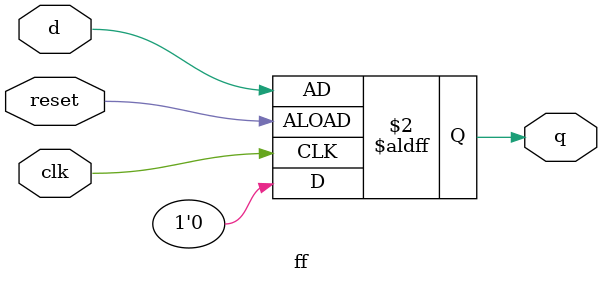
<source format=v>
`timescale 1ns / 1ps


module ff(
    input clk, reset,
    input d,
    output reg q
    );

    always @(posedge clk, posedge reset) begin
        if (reset) begin 
            q <= d;
        end
        else q <= 0;
    end
endmodule

</source>
